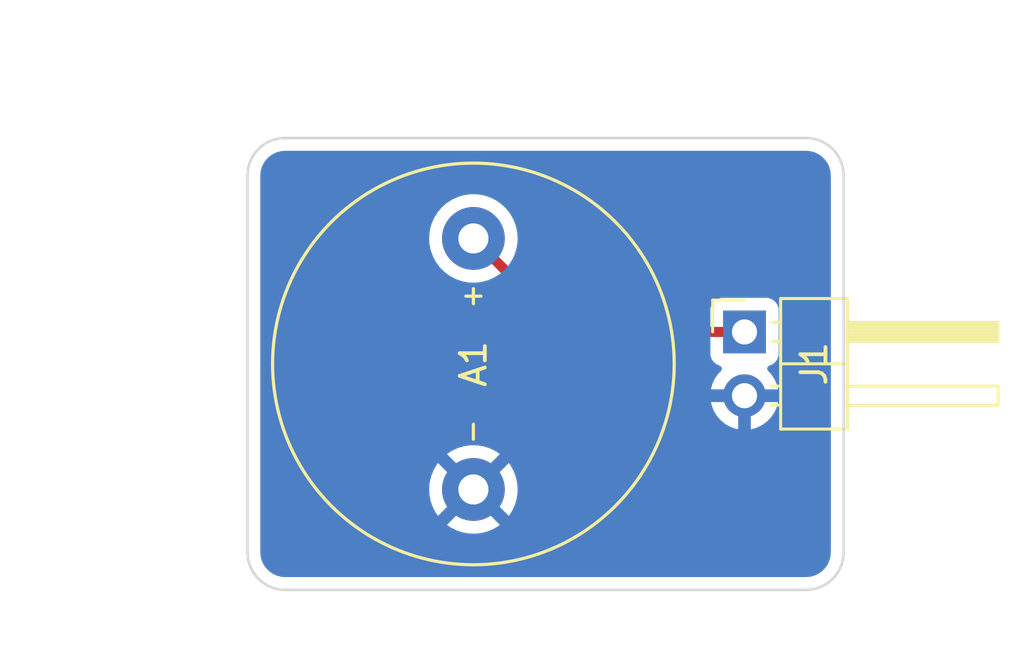
<source format=kicad_pcb>
(kicad_pcb (version 20211014) (generator pcbnew)
  (layers (0 "F.Cu" signal) (31 "B.Cu" power) (34 "B.Paste" user) (35 "F.Paste" user) (36 "B.SilkS" user "B.Silkscreen") (37 "F.SilkS" user "F.Silkscreen") (38 "B.Mask" user) (39 "F.Mask" user) (44 "Edge.Cuts" user))
  (net 0 "")
  (net 1 "Net-(A1-PadP)")
  (net 2 "GND")
  (footprint "Connector_PinHeader_2.54mm:PinHeader_1x02_P2.54mm_Horizontal" (layer "F.Cu") (at 129.3 63.725)
    (fp_text reference "J1" (at 2.77 1.27 90) (layer "F.SilkS"))
    (fp_text value "Conn_01x02_Male")
    (fp_line (start 4.1 0.04) (end 10.1 0.04) (layer "F.SilkS") (width 0.12))
    (fp_line (start 4.1 0.16) (end 10.1 0.16) (layer "F.SilkS") (width 0.12))
    (fp_line (start 10.1 2.16) (end 10.1 2.92) (layer "F.SilkS") (width 0.12))
    (fp_line (start 10.1 0.38) (end 4.1 0.38) (layer "F.SilkS") (width 0.12))
    (fp_line (start 10.1 2.92) (end 4.1 2.92) (layer "F.SilkS") (width 0.12))
    (fp_line (start 10.1 -0.38) (end 10.1 0.38) (layer "F.SilkS") (width 0.12))
    (fp_line (start 4.1 -0.08) (end 10.1 -0.08) (layer "F.SilkS") (width 0.12))
    (fp_line (start -1.27 0) (end -1.27 -1.27) (layer "F.SilkS") (width 0.12))
    (fp_line (start 1.042929 2.16) (end 1.44 2.16) (layer "F.SilkS") (width 0.12))
    (fp_line (start 4.1 -1.33) (end 1.44 -1.33) (layer "F.SilkS") (width 0.12))
    (fp_line (start 4.1 -0.32) (end 10.1 -0.32) (layer "F.SilkS") (width 0.12))
    (fp_line (start 4.1 0.28) (end 10.1 0.28) (layer "F.SilkS") (width 0.12))
    (fp_line (start 4.1 2.16) (end 10.1 2.16) (layer "F.SilkS") (width 0.12))
    (fp_line (start 1.11 0.38) (end 1.44 0.38) (layer "F.SilkS") (width 0.12))
    (fp_line (start 1.11 -0.38) (end 1.44 -0.38) (layer "F.SilkS") (width 0.12))
    (fp_line (start -1.27 -1.27) (end 0 -1.27) (layer "F.SilkS") (width 0.12))
    (fp_line (start 1.44 1.27) (end 4.1 1.27) (layer "F.SilkS") (width 0.12))
    (fp_line (start 1.042929 2.92) (end 1.44 2.92) (layer "F.SilkS") (width 0.12))
    (fp_line (start 1.44 3.87) (end 4.1 3.87) (layer "F.SilkS") (width 0.12))
    (fp_line (start 4.1 3.87) (end 4.1 -1.33) (layer "F.SilkS") (width 0.12))
    (fp_line (start 4.1 -0.38) (end 10.1 -0.38) (layer "F.SilkS") (width 0.12))
    (fp_line (start 1.44 -1.33) (end 1.44 3.87) (layer "F.SilkS") (width 0.12))
    (fp_line (start 4.1 -0.2) (end 10.1 -0.2) (layer "F.SilkS") (width 0.12))
    (pad "1" thru_hole rect (at 0 0) (size 1.7 1.7) (drill 1) (layers *.Cu *.Mask) (net 1 "Net-(A1-PadP)"))
    (pad "2" thru_hole oval (at 0 2.54) (size 1.7 1.7) (drill 1) (layers *.Cu *.Mask) (net 2 "GND"))
  )
  (footprint "Library:CUSA-TR80-18-2400-TH" (layer "F.Cu") (at 118.5 65 -90)
    (fp_text reference "A1" (at 0 0 90) (layer "F.SilkS"))
    (fp_text value "CUSA-TR80-18-2400-TH" hide)
    (fp_line (start 3 0) (end 2.4 0) (layer "F.SilkS") (width 0.127))
    (fp_line (start -2.7 -0.3) (end -2.7 0.3) (layer "F.SilkS") (width 0.127))
    (fp_line (start -3 0) (end -2.4 0) (layer "F.SilkS") (width 0.127))
    (fp_circle (center 0 0) (end 8 0) (layer "F.SilkS") (width 0.127) (fill none))
    (pad "N" thru_hole circle (at 5 0 270) (size 2.5 2.5) (drill 1.2) (layers *.Cu *.Mask) (net 2 "GND"))
    (pad "P" thru_hole circle (at -5 0 270) (size 2.5 2.5) (drill 1.2) (layers *.Cu *.Mask) (net 1 "Net-(A1-PadP)"))
  )
  (gr_arc (start 111 74) (mid 109.93934 73.56066) (end 109.5 72.5) (layer "Edge.Cuts") (width 0.1))
  (gr_line (start 133.25 57.5) (end 133.25 72.5) (layer "Edge.Cuts") (width 0.1))
  (gr_arc (start 133.25 72.5) (mid 132.81066 73.56066) (end 131.75 74) (layer "Edge.Cuts") (width 0.1))
  (gr_arc (start 109.5 57.5) (mid 109.93934 56.43934) (end 111 56) (layer "Edge.Cuts") (width 0.1))
  (gr_line (start 131.75 74) (end 111 74) (layer "Edge.Cuts") (width 0.1))
  (gr_line (start 111 56) (end 131.75 56) (layer "Edge.Cuts") (width 0.1))
  (gr_arc (start 131.75 56) (mid 132.81066 56.43934) (end 133.25 57.5) (layer "Edge.Cuts") (width 0.1))
  (gr_line (start 109.5 72.5) (end 109.5 57.5) (layer "Edge.Cuts") (width 0.1))
  (segment (start 122.225 63.725) (end 129.3 63.725) (width 0.4) (layer "F.Cu") (net 1))
  (segment (start 118.5 60) (end 122.225 63.725) (width 0.4) (layer "F.Cu") (net 1))
  (zone (net 2) (net_name "GND") (layer "B.Cu") (connect_pads (clearance 0.508)) (min_thickness 0.254) (fill yes (thermal_gap 0.508) (thermal_bridge_width 0.508))
    (polygon (pts (xy 133.25 74) (xy 109.5 74) (xy 109.5 56) (xy 133.25 56)))
  )
)
</source>
